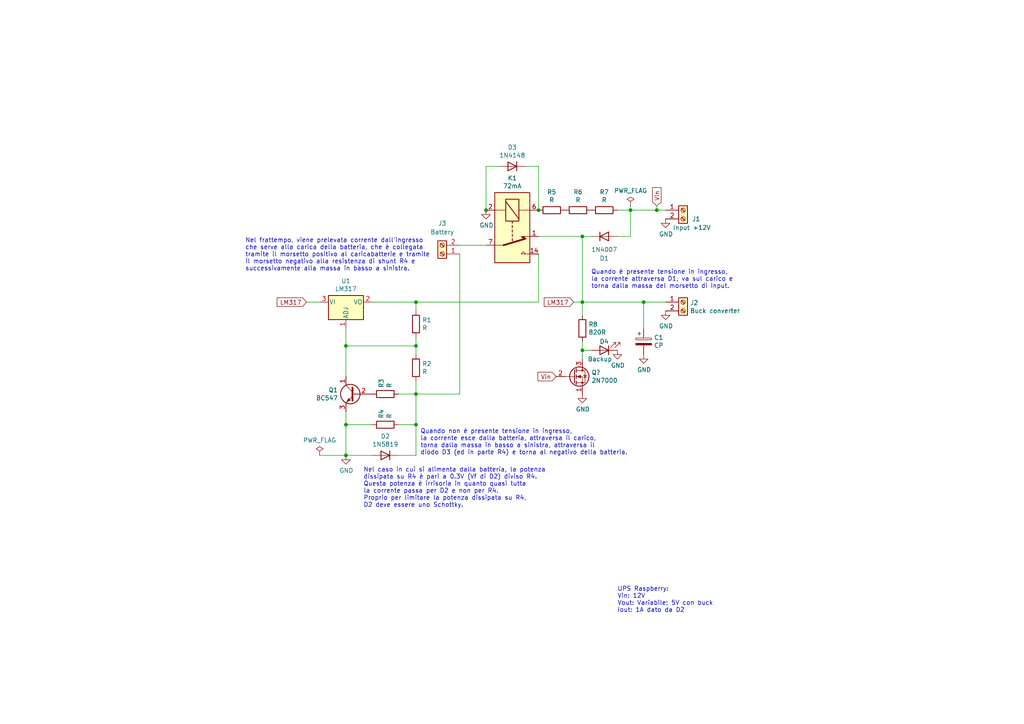
<source format=kicad_sch>
(kicad_sch (version 20211123) (generator eeschema)
  (paper "A4")
  (lib_symbols
    (symbol "Connector:Screw_Terminal_01x02" (pin_names (offset 1.016) hide)
      (property "Reference" "J" (at 0 2.54 0))
      (property "Value" "Screw_Terminal_01x02" (at 0 -5.08 0))
      (symbol "Screw_Terminal_01x02_1_1"
        (rectangle (start -1.27 1.27) (end 1.27 -3.81) (stroke (width 0.254)) (fill (type background)))
        (circle (center 0 -2.54) (radius 0.635) (stroke (width 0.1524)))
        (polyline (pts (xy -0.5334 -2.2098) (xy 0.3302 -3.048)) (stroke (width 0.1524)))
        (polyline (pts (xy -0.5334 0.3302) (xy 0.3302 -0.508)) (stroke (width 0.1524)))
        (polyline (pts (xy -0.3556 -2.032) (xy 0.508 -2.8702)) (stroke (width 0.1524)))
        (polyline (pts (xy -0.3556 0.508) (xy 0.508 -0.3302)) (stroke (width 0.1524)))
        (circle (center 0 0) (radius 0.635) (stroke (width 0.1524)))
        (pin passive line (at -5.08 0 0) (length 3.81) (name "Pin_1") (number "1"))
        (pin passive line (at -5.08 -2.54 0) (length 3.81) (name "Pin_2") (number "2"))
      )
    )
    (symbol "Device:CP" (pin_numbers hide) (pin_names (offset 0.254))
      (property "Reference" "C" (at 0.635 2.54 0))
      (property "Value" "Device_CP" (at 0.635 -2.54 0))
      (symbol "CP_0_1"
        (rectangle (start -2.286 0.508) (end 2.286 1.016))
        (polyline (pts (xy -1.778 2.286) (xy -0.762 2.286)))
        (polyline (pts (xy -1.27 2.794) (xy -1.27 1.778)))
        (rectangle (start 2.286 -0.508) (end -2.286 -1.016) (fill (type outline)))
      )
      (symbol "CP_1_1"
        (pin passive line (at 0 3.81 270) (length 2.794) (name "~") (number "1"))
        (pin passive line (at 0 -3.81 90) (length 2.794) (name "~") (number "2"))
      )
    )
    (symbol "Device:LED" (pin_numbers hide) (pin_names (offset 1.016) hide)
      (property "Reference" "D" (at 0 2.54 0))
      (property "Value" "LED" (at 0 -2.54 0))
      (symbol "LED_0_1"
        (polyline (pts (xy -1.27 -1.27) (xy -1.27 1.27)) (stroke (width 0.254)))
        (polyline (pts (xy -1.27 0) (xy 1.27 0)))
        (polyline (pts (xy 1.27 -1.27) (xy 1.27 1.27) (xy -1.27 0) (xy 1.27 -1.27)) (stroke (width 0.254)))
        (polyline (pts (xy -3.048 -0.762) (xy -4.572 -2.286) (xy -3.81 -2.286) (xy -4.572 -2.286) (xy -4.572 -1.524)))
        (polyline (pts (xy -1.778 -0.762) (xy -3.302 -2.286) (xy -2.54 -2.286) (xy -3.302 -2.286) (xy -3.302 -1.524)))
      )
      (symbol "LED_1_1"
        (pin passive line (at -3.81 0 0) (length 2.54) (name "K") (number "1"))
        (pin passive line (at 3.81 0 180) (length 2.54) (name "A") (number "2"))
      )
    )
    (symbol "Device:R" (pin_numbers hide) (pin_names (offset 0))
      (property "Reference" "R" (at 2.032 0 90))
      (property "Value" "R" (at 0 0 90))
      (symbol "R_0_1"
        (rectangle (start -1.016 -2.54) (end 1.016 2.54) (stroke (width 0.254)))
      )
      (symbol "R_1_1"
        (pin passive line (at 0 3.81 270) (length 1.27) (name "~") (number "1"))
        (pin passive line (at 0 -3.81 90) (length 1.27) (name "~") (number "2"))
      )
    )
    (symbol "Diode:1N4007" (pin_numbers hide) (pin_names (offset 1.016) hide)
      (property "Reference" "D" (at 0 2.54 0))
      (property "Value" "1N4007" (at 0 -2.54 0))
      (symbol "1N4007_0_1"
        (polyline (pts (xy -1.27 1.27) (xy -1.27 -1.27)) (stroke (width 0.254)))
        (polyline (pts (xy 1.27 0) (xy -1.27 0)))
        (polyline (pts (xy 1.27 1.27) (xy 1.27 -1.27) (xy -1.27 0) (xy 1.27 1.27)) (stroke (width 0.254)))
      )
      (symbol "1N4007_1_1"
        (pin passive line (at -3.81 0 0) (length 2.54) (name "K") (number "1"))
        (pin passive line (at 3.81 0 180) (length 2.54) (name "A") (number "2"))
      )
    )
    (symbol "Diode:1N4148" (pin_numbers hide) (pin_names (offset 1.016) hide)
      (property "Reference" "D" (at 0 2.54 0))
      (property "Value" "1N4148" (at 0 -2.54 0))
      (symbol "1N4148_0_1"
        (polyline (pts (xy -1.27 1.27) (xy -1.27 -1.27)) (stroke (width 0.254)))
        (polyline (pts (xy 1.27 0) (xy -1.27 0)))
        (polyline (pts (xy 1.27 1.27) (xy 1.27 -1.27) (xy -1.27 0) (xy 1.27 1.27)) (stroke (width 0.254)))
      )
      (symbol "1N4148_1_1"
        (pin passive line (at -3.81 0 0) (length 2.54) (name "K") (number "1"))
        (pin passive line (at 3.81 0 180) (length 2.54) (name "A") (number "2"))
      )
    )
    (symbol "Regulator_Linear:LM317L_TO92" (pin_names (offset 0.254))
      (property "Reference" "U" (at -3.81 3.175 0))
      (property "Value" "LM317L_TO92" (at 0 3.175 0))
      (symbol "LM317L_TO92_0_1"
        (rectangle (start -5.08 1.905) (end 5.08 -5.08) (stroke (width 0.254)) (fill (type background)))
      )
      (symbol "LM317L_TO92_1_1"
        (pin input line (at 0 -7.62 90) (length 2.54) (name "ADJ") (number "1"))
        (pin power_out line (at 7.62 0 180) (length 2.54) (name "VO") (number "2"))
        (pin power_in line (at -7.62 0 0) (length 2.54) (name "VI") (number "3"))
      )
    )
    (symbol "Relay:DIPxx-1Cxx-51x"
      (property "Reference" "K" (at 11.43 3.81 0))
      (property "Value" "DIPxx-1Cxx-51x" (at 11.43 1.27 0))
      (symbol "DIPxx-1Cxx-51x_0_0"
        (polyline (pts (xy 2.54 5.08) (xy 2.54 2.54) (xy 3.175 3.175) (xy 2.54 3.81)) (fill (type outline)))
        (polyline (pts (xy 7.62 5.08) (xy 7.62 2.54) (xy 6.985 3.175) (xy 7.62 3.81)))
      )
      (symbol "DIPxx-1Cxx-51x_0_1"
        (rectangle (start -10.16 5.08) (end 10.16 -5.08) (stroke (width 0.254)) (fill (type background)))
        (rectangle (start -8.255 1.905) (end -1.905 -1.905) (stroke (width 0.254)))
        (polyline (pts (xy -7.62 -1.905) (xy -2.54 1.905)) (stroke (width 0.254)))
        (polyline (pts (xy -5.08 -5.08) (xy -5.08 -1.905)))
        (polyline (pts (xy -5.08 5.08) (xy -5.08 1.905)))
        (polyline (pts (xy -1.905 0) (xy -1.27 0)) (stroke (width 0.254)))
        (polyline (pts (xy -0.635 0) (xy 0 0)) (stroke (width 0.254)))
        (polyline (pts (xy 0.635 0) (xy 1.27 0)) (stroke (width 0.254)))
        (polyline (pts (xy 1.905 0) (xy 2.54 0)) (stroke (width 0.254)))
        (polyline (pts (xy 3.175 0) (xy 3.81 0)) (stroke (width 0.254)))
        (polyline (pts (xy 5.08 -2.54) (xy 3.175 3.81)) (stroke (width 0.508)))
        (polyline (pts (xy 5.08 -2.54) (xy 5.08 -5.08)))
      )
      (symbol "DIPxx-1Cxx-51x_1_1"
        (pin passive line (at 2.54 7.62 270) (length 2.54) (name "~") (number "1"))
        (pin passive line (at 7.62 7.62 270) (length 2.54) (name "~") (number "14"))
        (pin passive line (at -5.08 -7.62 90) (length 2.54) (name "~") (number "2"))
        (pin passive line (at -5.08 7.62 270) (length 2.54) (name "~") (number "6"))
        (pin passive line (at 5.08 -7.62 90) (length 2.54) (name "~") (number "7"))
        (pin passive line (at 5.08 -7.62 90) (length 2.54) hide (name "~") (number "8"))
      )
    )
    (symbol "Transistor_BJT:BC547" (pin_names (offset 0) hide)
      (property "Reference" "Q" (at 5.08 1.905 0))
      (property "Value" "BC547" (at 5.08 0 0))
      (symbol "BC547_0_1"
        (polyline (pts (xy 0 0) (xy 0.635 0)))
        (polyline (pts (xy 0.635 0.635) (xy 2.54 2.54)))
        (polyline (pts (xy 0.635 -0.635) (xy 2.54 -2.54) (xy 2.54 -2.54)))
        (polyline (pts (xy 0.635 1.905) (xy 0.635 -1.905) (xy 0.635 -1.905)) (stroke (width 0.508)))
        (polyline (pts (xy 1.27 -1.778) (xy 1.778 -1.27) (xy 2.286 -2.286) (xy 1.27 -1.778) (xy 1.27 -1.778)) (fill (type outline)))
        (circle (center 1.27 0) (radius 2.8194) (stroke (width 0.254)))
      )
      (symbol "BC547_1_1"
        (pin passive line (at 2.54 5.08 270) (length 2.54) (name "C") (number "1"))
        (pin input line (at -5.08 0 0) (length 5.08) (name "B") (number "2"))
        (pin passive line (at 2.54 -5.08 90) (length 2.54) (name "E") (number "3"))
      )
    )
    (symbol "Transistor_FET:2N7000" (pin_names hide)
      (property "Reference" "Q" (at 5.08 1.905 0))
      (property "Value" "2N7000" (at 5.08 0 0))
      (symbol "2N7000_0_1"
        (polyline (pts (xy 0.254 0) (xy -2.54 0)))
        (polyline (pts (xy 0.254 1.905) (xy 0.254 -1.905)) (stroke (width 0.254)))
        (polyline (pts (xy 0.762 -1.27) (xy 0.762 -2.286)) (stroke (width 0.254)))
        (polyline (pts (xy 0.762 0.508) (xy 0.762 -0.508)) (stroke (width 0.254)))
        (polyline (pts (xy 0.762 2.286) (xy 0.762 1.27)) (stroke (width 0.254)))
        (polyline (pts (xy 2.54 2.54) (xy 2.54 1.778)))
        (polyline (pts (xy 2.54 -2.54) (xy 2.54 0) (xy 0.762 0)))
        (polyline (pts (xy 0.762 -1.778) (xy 3.302 -1.778) (xy 3.302 1.778) (xy 0.762 1.778)))
        (polyline (pts (xy 1.016 0) (xy 2.032 0.381) (xy 2.032 -0.381) (xy 1.016 0)) (fill (type outline)))
        (polyline (pts (xy 2.794 0.508) (xy 2.921 0.381) (xy 3.683 0.381) (xy 3.81 0.254)))
        (polyline (pts (xy 3.302 0.381) (xy 2.921 -0.254) (xy 3.683 -0.254) (xy 3.302 0.381)))
        (circle (center 1.651 0) (radius 2.794) (stroke (width 0.254)))
        (circle (center 2.54 -1.778) (radius 0.254) (fill (type outline)))
        (circle (center 2.54 1.778) (radius 0.254) (fill (type outline)))
      )
      (symbol "2N7000_1_1"
        (pin passive line (at 2.54 -5.08 90) (length 2.54) (name "S") (number "1"))
        (pin input line (at -5.08 0 0) (length 2.54) (name "G") (number "2"))
        (pin passive line (at 2.54 5.08 270) (length 2.54) (name "D") (number "3"))
      )
    )
    (symbol "power:GND" (power) (pin_names (offset 0))
      (property "Value" "GND" (at 0 -3.81 0))
      (symbol "GND_0_1"
        (polyline (pts (xy 0 0) (xy 0 -1.27) (xy 1.27 -1.27) (xy 0 -2.54) (xy -1.27 -1.27) (xy 0 -1.27)))
      )
      (symbol "GND_1_1"
        (pin power_in line (at 0 0 270) (length 0) hide (name "GND") (number "1"))
      )
    )
    (symbol "power:PWR_FLAG" (power) (pin_numbers hide) (pin_names (offset 0) hide)
      (property "Value" "PWR_FLAG" (at 0 3.81 0))
      (symbol "PWR_FLAG_0_0"
        (pin power_out line (at 0 0 90) (length 0) (name "pwr") (number "1"))
      )
      (symbol "PWR_FLAG_0_1"
        (polyline (pts (xy 0 0) (xy 0 1.27) (xy -1.016 1.905) (xy 0 2.54) (xy 1.016 1.905) (xy 0 1.27)))
      )
    )
  )
  (junction (at 168.91 68.58))
  (junction (at 140.97 60.96))
  (junction (at 182.88 60.96))
  (junction (at 120.65 123.19))
  (junction (at 190.5 60.96))
  (junction (at 100.33 100.33))
  (junction (at 120.65 100.33))
  (junction (at 168.91 87.63))
  (junction (at 186.69 87.63))
  (junction (at 168.91 101.6))
  (junction (at 120.65 87.63))
  (junction (at 120.65 114.3))
  (junction (at 156.21 60.96))
  (junction (at 100.33 123.19))
  (junction (at 100.33 132.08))
  (wire (pts (xy 100.33 132.08) (xy 107.95 132.08)))
  (wire (pts (xy 166.37 87.63) (xy 168.91 87.63)))
  (wire (pts (xy 182.88 68.58) (xy 179.07 68.58)))
  (wire (pts (xy 100.33 109.22) (xy 100.33 100.33)))
  (wire (pts (xy 120.65 114.3) (xy 120.65 110.49)))
  (wire (pts (xy 168.91 68.58) (xy 156.21 68.58)))
  (wire (pts (xy 168.91 99.06) (xy 168.91 101.6)))
  (wire (pts (xy 115.57 123.19) (xy 120.65 123.19)))
  (wire (pts (xy 182.88 59.69) (xy 182.88 60.96)))
  (wire (pts (xy 168.91 87.63) (xy 168.91 91.44)))
  (wire (pts (xy 120.65 87.63) (xy 156.21 87.63)))
  (wire (pts (xy 107.95 87.63) (xy 120.65 87.63)))
  (wire (pts (xy 182.88 60.96) (xy 182.88 68.58)))
  (wire (pts (xy 152.4 48.26) (xy 156.21 48.26)))
  (wire (pts (xy 133.35 73.66) (xy 133.35 114.3)))
  (wire (pts (xy 168.91 101.6) (xy 171.45 101.6)))
  (wire (pts (xy 168.91 87.63) (xy 186.69 87.63)))
  (wire (pts (xy 120.65 132.08) (xy 115.57 132.08)))
  (wire (pts (xy 156.21 48.26) (xy 156.21 60.96)))
  (wire (pts (xy 144.78 48.26) (xy 140.97 48.26)))
  (wire (pts (xy 179.07 60.96) (xy 182.88 60.96)))
  (wire (pts (xy 100.33 123.19) (xy 100.33 132.08)))
  (wire (pts (xy 120.65 97.79) (xy 120.65 100.33)))
  (wire (pts (xy 100.33 119.38) (xy 100.33 123.19)))
  (wire (pts (xy 190.5 60.96) (xy 182.88 60.96)))
  (wire (pts (xy 120.65 114.3) (xy 120.65 123.19)))
  (wire (pts (xy 186.69 95.25) (xy 186.69 87.63)))
  (wire (pts (xy 120.65 114.3) (xy 115.57 114.3)))
  (wire (pts (xy 168.91 101.6) (xy 168.91 104.14)))
  (wire (pts (xy 120.65 87.63) (xy 120.65 90.17)))
  (wire (pts (xy 133.35 114.3) (xy 120.65 114.3)))
  (wire (pts (xy 186.69 87.63) (xy 193.04 87.63)))
  (wire (pts (xy 140.97 71.12) (xy 133.35 71.12)))
  (wire (pts (xy 190.5 59.69) (xy 190.5 60.96)))
  (wire (pts (xy 156.21 87.63) (xy 156.21 73.66)))
  (wire (pts (xy 88.9 87.63) (xy 92.71 87.63)))
  (wire (pts (xy 92.71 132.08) (xy 100.33 132.08)))
  (wire (pts (xy 168.91 68.58) (xy 168.91 87.63)))
  (wire (pts (xy 107.95 123.19) (xy 100.33 123.19)))
  (wire (pts (xy 100.33 100.33) (xy 120.65 100.33)))
  (wire (pts (xy 120.65 100.33) (xy 120.65 102.87)))
  (wire (pts (xy 193.04 60.96) (xy 190.5 60.96)))
  (wire (pts (xy 100.33 100.33) (xy 100.33 95.25)))
  (wire (pts (xy 168.91 68.58) (xy 171.45 68.58)))
  (wire (pts (xy 140.97 48.26) (xy 140.97 60.96)))
  (wire (pts (xy 120.65 123.19) (xy 120.65 132.08)))
  (text "Nel frattempo, viene prelevata corrente dall'ingresso\nche serve alla carica della batteria, che è collegata\ntramite il morsetto positivo al caricabatterie e tramite\nil morsetto negativo alla resistenza di shunt R4 e\nsuccessivamente alla massa in basso a sinistra." (at 71.12 78.74 0) (effects (font (size 1.27 1.27)) (justify left bottom)))
  (text "Quando non è presente tensione in ingresso,\nla corrente esce dalla batteria, attraversa il carico,\ntorna dalla massa in basso a sinistra, attraversa il\ndiodo D3 (ed in parte R4) e torna al negativo della batteria." (at 121.92 132.08 0) (effects (font (size 1.27 1.27)) (justify left bottom)))
  (text "Quando è presente tensione in ingresso,\nla corrente attraversa D1, va sul carico e\ntorna dalla massa del morsetto di input." (at 171.45 83.82 0) (effects (font (size 1.27 1.27)) (justify left bottom)))
  (text "UPS Raspberry:\nVin: 12V\nVout: Variabile; 5V con buck\nIout: 1A dato da D2" (at 179.07 177.8 0) (effects (font (size 1.27 1.27)) (justify left bottom)))
  (text "Nel caso in cui si alimenta dalla batteria, la potenza\ndissipata su R4 è pari a 0.3V (Vf di D2) diviso R4.\nQuesta potenza è irrisoria in quanto quasi tutta\nla corrente passa per D2 e non per R4.\nProprio per limitare la potenza dissipata su R4,\nD2 deve essere uno Schottky." (at 105.41 147.32 0) (effects (font (size 1.27 1.27)) (justify left bottom)))
  (global_label "LM317" (shape input) (at 166.37 87.63 180) (property "Intersheet References" "${INTERSHEET_REFS}" (effects hide)))
  (global_label "LM317" (shape input) (at 88.9 87.63 180) (property "Intersheet References" "${INTERSHEET_REFS}" (effects hide)))
  (global_label "Vin" (shape input) (at 190.5 59.69 90) (property "Intersheet References" "${INTERSHEET_REFS}" (effects hide)))
  (global_label "Vin" (shape input) (at 161.29 109.22 180) (property "Intersheet References" "${INTERSHEET_REFS}" (effects hide)))
  (symbol (lib_id "Connector:Screw_Terminal_01x02") (at 128.27 73.66 180) (unit 1)
    (property "Reference" "J3" (at 128.27 64.77 0))
    (property "Value" "Battery" (at 128.27 67.31 0))
  )
  (symbol (lib_id "Relay:DIPxx-1Cxx-51x") (at 148.59 66.04 270) (unit 1)
    (property "Reference" "K1" (at 148.59 51.6382 90))
    (property "Value" "72mA" (at 148.59 53.9496 90))
    (property "Footprint" "Relay_THT:Relay_StandexMeder_DIP_LowProfile" (effects hide))
    (property "Datasheet" "https://standexelectronics.com/wp-content/uploads/datasheet_reed_relay_DIP.pdf" (effects hide))
  )
  (symbol (lib_id "power:GND") (at 140.97 60.96 0) (unit 1)
    (property "Reference" "#PWR0101" (effects hide))
    (property "Value" "GND" (at 141.097 65.3542 0))
  )
  (symbol (lib_id "Device:R") (at 160.02 60.96 270) (unit 1)
    (property "Reference" "R5" (at 160.02 55.7022 90))
    (property "Value" "R" (at 160.02 58.0136 90))
  )
  (symbol (lib_id "Device:R") (at 167.64 60.96 270) (unit 1)
    (property "Reference" "R6" (at 167.64 55.7022 90))
    (property "Value" "R" (at 167.64 58.0136 90))
  )
  (symbol (lib_id "Device:R") (at 175.26 60.96 270) (unit 1)
    (property "Reference" "R7" (at 175.26 55.7022 90))
    (property "Value" "R" (at 175.26 58.0136 90))
  )
  (symbol (lib_id "Diode:1N4148") (at 148.59 48.26 180) (unit 1)
    (property "Reference" "D3" (at 148.59 42.7482 0))
    (property "Value" "1N4148" (at 148.59 45.0596 0))
    (property "Footprint" "Diode_THT:D_DO-35_SOD27_P7.62mm_Horizontal" (effects hide))
    (property "Datasheet" "https://assets.nexperia.com/documents/data-sheet/1N4148_1N4448.pdf" (effects hide))
  )
  (symbol (lib_id "Diode:1N4007") (at 175.26 68.58 0) (unit 1)
    (property "Reference" "D1" (at 175.26 74.93 0))
    (property "Value" "1N4007" (at 175.26 72.39 0))
    (property "Footprint" "Diode_THT:D_DO-41_SOD81_P10.16mm_Horizontal" (effects hide))
    (property "Datasheet" "http://www.vishay.com/docs/88503/1n4001.pdf" (effects hide))
  )
  (symbol (lib_id "Connector:Screw_Terminal_01x02") (at 198.12 60.96 0) (unit 1)
    (property "Reference" "J1" (at 201.93 63.5 0))
    (property "Value" "Input +12V" (at 200.66 66.04 0))
  )
  (symbol (lib_id "power:GND") (at 193.04 63.5 0) (unit 1)
    (property "Reference" "#PWR0102" (effects hide))
    (property "Value" "GND" (at 193.167 67.8942 0))
  )
  (symbol (lib_id "Regulator_Linear:LM317L_TO92") (at 100.33 87.63 0) (unit 1)
    (property "Reference" "U1" (at 100.33 81.4832 0))
    (property "Value" "LM317" (at 100.33 83.7946 0))
    (property "Footprint" "Package_TO_SOT_THT:TO-92_Inline" (effects hide))
    (property "Datasheet" "http://www.ti.com/lit/ds/snvs775k/snvs775k.pdf" (effects hide))
  )
  (symbol (lib_id "Transistor_BJT:BC547") (at 102.87 114.3 0) (mirror y) (unit 1)
    (property "Reference" "Q1" (at 98.0186 113.1316 0) (effects (justify left)))
    (property "Value" "BC547" (at 98.0186 115.443 0) (effects (justify left)))
    (property "Footprint" "Package_TO_SOT_THT:TO-92_Inline" (effects hide))
    (property "Datasheet" "https://www.onsemi.com/pub/Collateral/BC550-D.pdf" (effects hide))
  )
  (symbol (lib_id "Device:R") (at 120.65 93.98 0) (unit 1)
    (property "Reference" "R1" (at 122.428 92.8116 0) (effects (justify left)))
    (property "Value" "R" (at 122.428 95.123 0) (effects (justify left)))
  )
  (symbol (lib_id "Device:R") (at 120.65 106.68 0) (unit 1)
    (property "Reference" "R2" (at 122.428 105.5116 0) (effects (justify left)))
    (property "Value" "R" (at 122.428 107.823 0) (effects (justify left)))
  )
  (symbol (lib_id "Device:R") (at 111.76 123.19 90) (unit 1)
    (property "Reference" "R4" (at 110.5916 121.412 0) (effects (justify left)))
    (property "Value" "R" (at 112.903 121.412 0) (effects (justify left)))
  )
  (symbol (lib_id "Device:R") (at 111.76 114.3 90) (unit 1)
    (property "Reference" "R3" (at 110.5916 112.522 0) (effects (justify left)))
    (property "Value" "R" (at 112.903 112.522 0) (effects (justify left)))
  )
  (symbol (lib_id "Device:CP") (at 186.69 99.06 0) (unit 1)
    (property "Reference" "C1" (at 189.6872 97.8916 0) (effects (justify left)))
    (property "Value" "CP" (at 189.6872 100.203 0) (effects (justify left)))
  )
  (symbol (lib_id "power:GND") (at 186.69 102.87 0) (unit 1)
    (property "Reference" "#PWR0104" (effects hide))
    (property "Value" "GND" (at 186.817 107.2642 0))
  )
  (symbol (lib_id "Diode:1N4007") (at 111.76 132.08 180) (unit 1)
    (property "Reference" "D2" (at 111.76 126.5682 0))
    (property "Value" "1N5819" (at 111.76 128.8796 0))
    (property "Footprint" "Diode_THT:D_DO-41_SOD81_P10.16mm_Horizontal" (effects hide))
    (property "Datasheet" "http://www.vishay.com/docs/88503/1n4001.pdf" (effects hide))
  )
  (symbol (lib_id "power:GND") (at 100.33 132.08 0) (unit 1)
    (property "Reference" "#PWR0105" (effects hide))
    (property "Value" "GND" (at 100.457 136.4742 0))
  )
  (symbol (lib_id "Connector:Screw_Terminal_01x02") (at 198.12 87.63 0) (unit 1)
    (property "Reference" "J2" (at 200.152 87.8332 0) (effects (justify left)))
    (property "Value" "Buck converter" (at 200.152 90.1446 0) (effects (justify left)))
  )
  (symbol (lib_id "power:GND") (at 193.04 90.17 0) (unit 1)
    (property "Reference" "#PWR0106" (effects hide))
    (property "Value" "GND" (at 193.167 94.5642 0))
  )
  (symbol (lib_id "power:PWR_FLAG") (at 182.88 59.69 0) (unit 1)
    (property "Reference" "#FLG0101" (effects hide))
    (property "Value" "PWR_FLAG" (at 182.88 55.2958 0))
  )
  (symbol (lib_id "power:PWR_FLAG") (at 92.71 132.08 0) (unit 1)
    (property "Reference" "#FLG0102" (effects hide))
    (property "Value" "PWR_FLAG" (at 92.71 127.6858 0))
  )
  (symbol (lib_id "Device:LED") (at 175.26 101.6 180) (unit 1)
    (property "Reference" "D4" (at 175.26 99.06 0))
    (property "Value" "Backup" (at 173.99 104.14 0))
  )
  (symbol (lib_id "Transistor_FET:2N7000") (at 166.37 109.22 0) (unit 1)
    (property "Reference" "Q?" (at 171.5516 108.0516 0) (effects (justify left)))
    (property "Value" "2N7000" (at 171.5516 110.363 0) (effects (justify left)))
    (property "Footprint" "Package_TO_SOT_THT:TO-92_Inline" (effects hide))
    (property "Datasheet" "https://www.onsemi.com/pub/Collateral/NDS7002A-D.PDF" (effects hide))
  )
  (symbol (lib_id "Device:R") (at 168.91 95.25 0) (unit 1)
    (property "Reference" "R8" (at 170.688 94.0816 0) (effects (justify left)))
    (property "Value" "820R" (at 170.688 96.393 0) (effects (justify left)))
  )
  (symbol (lib_id "power:GND") (at 179.07 101.6 0) (unit 1)
    (property "Reference" "#PWR?" (effects hide))
    (property "Value" "GND" (at 179.197 105.9942 0))
  )
  (symbol (lib_id "power:GND") (at 168.91 114.3 0) (unit 1)
    (property "Reference" "#PWR?" (effects hide))
    (property "Value" "GND" (at 169.037 118.6942 0))
  )
)
</source>
